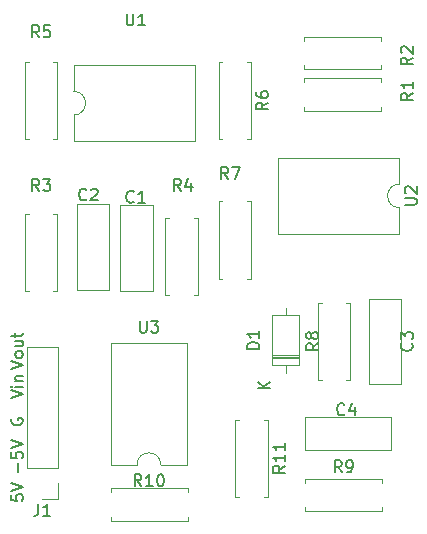
<source format=gbr>
%TF.GenerationSoftware,KiCad,Pcbnew,(6.0.5-0)*%
%TF.CreationDate,2022-06-21T19:00:10+05:30*%
%TF.ProjectId,AM_Receiver_PCB,414d5f52-6563-4656-9976-65725f504342,rev?*%
%TF.SameCoordinates,Original*%
%TF.FileFunction,Legend,Top*%
%TF.FilePolarity,Positive*%
%FSLAX46Y46*%
G04 Gerber Fmt 4.6, Leading zero omitted, Abs format (unit mm)*
G04 Created by KiCad (PCBNEW (6.0.5-0)) date 2022-06-21 19:00:10*
%MOMM*%
%LPD*%
G01*
G04 APERTURE LIST*
%ADD10C,0.150000*%
%ADD11C,0.120000*%
G04 APERTURE END LIST*
D10*
X84071428Y-100285714D02*
X84071428Y-99523809D01*
X83452380Y-98571428D02*
X83452380Y-99047619D01*
X83928571Y-99095238D01*
X83880952Y-99047619D01*
X83833333Y-98952380D01*
X83833333Y-98714285D01*
X83880952Y-98619047D01*
X83928571Y-98571428D01*
X84023809Y-98523809D01*
X84261904Y-98523809D01*
X84357142Y-98571428D01*
X84404761Y-98619047D01*
X84452380Y-98714285D01*
X84452380Y-98952380D01*
X84404761Y-99047619D01*
X84357142Y-99095238D01*
X83452380Y-98238095D02*
X84452380Y-97904761D01*
X83452380Y-97571428D01*
X83452380Y-102190476D02*
X83452380Y-102666666D01*
X83928571Y-102714285D01*
X83880952Y-102666666D01*
X83833333Y-102571428D01*
X83833333Y-102333333D01*
X83880952Y-102238095D01*
X83928571Y-102190476D01*
X84023809Y-102142857D01*
X84261904Y-102142857D01*
X84357142Y-102190476D01*
X84404761Y-102238095D01*
X84452380Y-102333333D01*
X84452380Y-102571428D01*
X84404761Y-102666666D01*
X84357142Y-102714285D01*
X83452380Y-101857142D02*
X84452380Y-101523809D01*
X83452380Y-101190476D01*
X83500000Y-95738095D02*
X83452380Y-95833333D01*
X83452380Y-95976190D01*
X83500000Y-96119047D01*
X83595238Y-96214285D01*
X83690476Y-96261904D01*
X83880952Y-96309523D01*
X84023809Y-96309523D01*
X84214285Y-96261904D01*
X84309523Y-96214285D01*
X84404761Y-96119047D01*
X84452380Y-95976190D01*
X84452380Y-95880952D01*
X84404761Y-95738095D01*
X84357142Y-95690476D01*
X84023809Y-95690476D01*
X84023809Y-95880952D01*
X83452380Y-94023809D02*
X84452380Y-93690476D01*
X83452380Y-93357142D01*
X84452380Y-93023809D02*
X83785714Y-93023809D01*
X83452380Y-93023809D02*
X83500000Y-93071428D01*
X83547619Y-93023809D01*
X83500000Y-92976190D01*
X83452380Y-93023809D01*
X83547619Y-93023809D01*
X83785714Y-92547619D02*
X84452380Y-92547619D01*
X83880952Y-92547619D02*
X83833333Y-92500000D01*
X83785714Y-92404761D01*
X83785714Y-92261904D01*
X83833333Y-92166666D01*
X83928571Y-92119047D01*
X84452380Y-92119047D01*
X83452380Y-91523809D02*
X84452380Y-91190476D01*
X83452380Y-90857142D01*
X84452380Y-90380952D02*
X84404761Y-90476190D01*
X84357142Y-90523809D01*
X84261904Y-90571428D01*
X83976190Y-90571428D01*
X83880952Y-90523809D01*
X83833333Y-90476190D01*
X83785714Y-90380952D01*
X83785714Y-90238095D01*
X83833333Y-90142857D01*
X83880952Y-90095238D01*
X83976190Y-90047619D01*
X84261904Y-90047619D01*
X84357142Y-90095238D01*
X84404761Y-90142857D01*
X84452380Y-90238095D01*
X84452380Y-90380952D01*
X83785714Y-89190476D02*
X84452380Y-89190476D01*
X83785714Y-89619047D02*
X84309523Y-89619047D01*
X84404761Y-89571428D01*
X84452380Y-89476190D01*
X84452380Y-89333333D01*
X84404761Y-89238095D01*
X84357142Y-89190476D01*
X83785714Y-88857142D02*
X83785714Y-88476190D01*
X83452380Y-88714285D02*
X84309523Y-88714285D01*
X84404761Y-88666666D01*
X84452380Y-88571428D01*
X84452380Y-88476190D01*
%TO.C,R3*%
X85833333Y-76452380D02*
X85500000Y-75976190D01*
X85261904Y-76452380D02*
X85261904Y-75452380D01*
X85642857Y-75452380D01*
X85738095Y-75500000D01*
X85785714Y-75547619D01*
X85833333Y-75642857D01*
X85833333Y-75785714D01*
X85785714Y-75880952D01*
X85738095Y-75928571D01*
X85642857Y-75976190D01*
X85261904Y-75976190D01*
X86166666Y-75452380D02*
X86785714Y-75452380D01*
X86452380Y-75833333D01*
X86595238Y-75833333D01*
X86690476Y-75880952D01*
X86738095Y-75928571D01*
X86785714Y-76023809D01*
X86785714Y-76261904D01*
X86738095Y-76357142D01*
X86690476Y-76404761D01*
X86595238Y-76452380D01*
X86309523Y-76452380D01*
X86214285Y-76404761D01*
X86166666Y-76357142D01*
%TO.C,U2*%
X116782380Y-77641904D02*
X117591904Y-77641904D01*
X117687142Y-77594285D01*
X117734761Y-77546666D01*
X117782380Y-77451428D01*
X117782380Y-77260952D01*
X117734761Y-77165714D01*
X117687142Y-77118095D01*
X117591904Y-77070476D01*
X116782380Y-77070476D01*
X116877619Y-76641904D02*
X116830000Y-76594285D01*
X116782380Y-76499047D01*
X116782380Y-76260952D01*
X116830000Y-76165714D01*
X116877619Y-76118095D01*
X116972857Y-76070476D01*
X117068095Y-76070476D01*
X117210952Y-76118095D01*
X117782380Y-76689523D01*
X117782380Y-76070476D01*
%TO.C,U3*%
X94358095Y-87452380D02*
X94358095Y-88261904D01*
X94405714Y-88357142D01*
X94453333Y-88404761D01*
X94548571Y-88452380D01*
X94739047Y-88452380D01*
X94834285Y-88404761D01*
X94881904Y-88357142D01*
X94929523Y-88261904D01*
X94929523Y-87452380D01*
X95310476Y-87452380D02*
X95929523Y-87452380D01*
X95596190Y-87833333D01*
X95739047Y-87833333D01*
X95834285Y-87880952D01*
X95881904Y-87928571D01*
X95929523Y-88023809D01*
X95929523Y-88261904D01*
X95881904Y-88357142D01*
X95834285Y-88404761D01*
X95739047Y-88452380D01*
X95453333Y-88452380D01*
X95358095Y-88404761D01*
X95310476Y-88357142D01*
%TO.C,J1*%
X85766666Y-102957380D02*
X85766666Y-103671666D01*
X85719047Y-103814523D01*
X85623809Y-103909761D01*
X85480952Y-103957380D01*
X85385714Y-103957380D01*
X86766666Y-103957380D02*
X86195238Y-103957380D01*
X86480952Y-103957380D02*
X86480952Y-102957380D01*
X86385714Y-103100238D01*
X86290476Y-103195476D01*
X86195238Y-103243095D01*
%TO.C,U1*%
X93238095Y-61452380D02*
X93238095Y-62261904D01*
X93285714Y-62357142D01*
X93333333Y-62404761D01*
X93428571Y-62452380D01*
X93619047Y-62452380D01*
X93714285Y-62404761D01*
X93761904Y-62357142D01*
X93809523Y-62261904D01*
X93809523Y-61452380D01*
X94809523Y-62452380D02*
X94238095Y-62452380D01*
X94523809Y-62452380D02*
X94523809Y-61452380D01*
X94428571Y-61595238D01*
X94333333Y-61690476D01*
X94238095Y-61738095D01*
%TO.C,R11*%
X106622380Y-99742857D02*
X106146190Y-100076190D01*
X106622380Y-100314285D02*
X105622380Y-100314285D01*
X105622380Y-99933333D01*
X105670000Y-99838095D01*
X105717619Y-99790476D01*
X105812857Y-99742857D01*
X105955714Y-99742857D01*
X106050952Y-99790476D01*
X106098571Y-99838095D01*
X106146190Y-99933333D01*
X106146190Y-100314285D01*
X106622380Y-98790476D02*
X106622380Y-99361904D01*
X106622380Y-99076190D02*
X105622380Y-99076190D01*
X105765238Y-99171428D01*
X105860476Y-99266666D01*
X105908095Y-99361904D01*
X106622380Y-97838095D02*
X106622380Y-98409523D01*
X106622380Y-98123809D02*
X105622380Y-98123809D01*
X105765238Y-98219047D01*
X105860476Y-98314285D01*
X105908095Y-98409523D01*
%TO.C,R10*%
X94477142Y-101452380D02*
X94143809Y-100976190D01*
X93905714Y-101452380D02*
X93905714Y-100452380D01*
X94286666Y-100452380D01*
X94381904Y-100500000D01*
X94429523Y-100547619D01*
X94477142Y-100642857D01*
X94477142Y-100785714D01*
X94429523Y-100880952D01*
X94381904Y-100928571D01*
X94286666Y-100976190D01*
X93905714Y-100976190D01*
X95429523Y-101452380D02*
X94858095Y-101452380D01*
X95143809Y-101452380D02*
X95143809Y-100452380D01*
X95048571Y-100595238D01*
X94953333Y-100690476D01*
X94858095Y-100738095D01*
X96048571Y-100452380D02*
X96143809Y-100452380D01*
X96239047Y-100500000D01*
X96286666Y-100547619D01*
X96334285Y-100642857D01*
X96381904Y-100833333D01*
X96381904Y-101071428D01*
X96334285Y-101261904D01*
X96286666Y-101357142D01*
X96239047Y-101404761D01*
X96143809Y-101452380D01*
X96048571Y-101452380D01*
X95953333Y-101404761D01*
X95905714Y-101357142D01*
X95858095Y-101261904D01*
X95810476Y-101071428D01*
X95810476Y-100833333D01*
X95858095Y-100642857D01*
X95905714Y-100547619D01*
X95953333Y-100500000D01*
X96048571Y-100452380D01*
%TO.C,R9*%
X111443333Y-100282380D02*
X111110000Y-99806190D01*
X110871904Y-100282380D02*
X110871904Y-99282380D01*
X111252857Y-99282380D01*
X111348095Y-99330000D01*
X111395714Y-99377619D01*
X111443333Y-99472857D01*
X111443333Y-99615714D01*
X111395714Y-99710952D01*
X111348095Y-99758571D01*
X111252857Y-99806190D01*
X110871904Y-99806190D01*
X111919523Y-100282380D02*
X112110000Y-100282380D01*
X112205238Y-100234761D01*
X112252857Y-100187142D01*
X112348095Y-100044285D01*
X112395714Y-99853809D01*
X112395714Y-99472857D01*
X112348095Y-99377619D01*
X112300476Y-99330000D01*
X112205238Y-99282380D01*
X112014761Y-99282380D01*
X111919523Y-99330000D01*
X111871904Y-99377619D01*
X111824285Y-99472857D01*
X111824285Y-99710952D01*
X111871904Y-99806190D01*
X111919523Y-99853809D01*
X112014761Y-99901428D01*
X112205238Y-99901428D01*
X112300476Y-99853809D01*
X112348095Y-99806190D01*
X112395714Y-99710952D01*
%TO.C,R8*%
X109452380Y-89366666D02*
X108976190Y-89700000D01*
X109452380Y-89938095D02*
X108452380Y-89938095D01*
X108452380Y-89557142D01*
X108500000Y-89461904D01*
X108547619Y-89414285D01*
X108642857Y-89366666D01*
X108785714Y-89366666D01*
X108880952Y-89414285D01*
X108928571Y-89461904D01*
X108976190Y-89557142D01*
X108976190Y-89938095D01*
X108880952Y-88795238D02*
X108833333Y-88890476D01*
X108785714Y-88938095D01*
X108690476Y-88985714D01*
X108642857Y-88985714D01*
X108547619Y-88938095D01*
X108500000Y-88890476D01*
X108452380Y-88795238D01*
X108452380Y-88604761D01*
X108500000Y-88509523D01*
X108547619Y-88461904D01*
X108642857Y-88414285D01*
X108690476Y-88414285D01*
X108785714Y-88461904D01*
X108833333Y-88509523D01*
X108880952Y-88604761D01*
X108880952Y-88795238D01*
X108928571Y-88890476D01*
X108976190Y-88938095D01*
X109071428Y-88985714D01*
X109261904Y-88985714D01*
X109357142Y-88938095D01*
X109404761Y-88890476D01*
X109452380Y-88795238D01*
X109452380Y-88604761D01*
X109404761Y-88509523D01*
X109357142Y-88461904D01*
X109261904Y-88414285D01*
X109071428Y-88414285D01*
X108976190Y-88461904D01*
X108928571Y-88509523D01*
X108880952Y-88604761D01*
%TO.C,R7*%
X101833333Y-75452380D02*
X101500000Y-74976190D01*
X101261904Y-75452380D02*
X101261904Y-74452380D01*
X101642857Y-74452380D01*
X101738095Y-74500000D01*
X101785714Y-74547619D01*
X101833333Y-74642857D01*
X101833333Y-74785714D01*
X101785714Y-74880952D01*
X101738095Y-74928571D01*
X101642857Y-74976190D01*
X101261904Y-74976190D01*
X102166666Y-74452380D02*
X102833333Y-74452380D01*
X102404761Y-75452380D01*
%TO.C,R6*%
X105207380Y-68976666D02*
X104731190Y-69310000D01*
X105207380Y-69548095D02*
X104207380Y-69548095D01*
X104207380Y-69167142D01*
X104255000Y-69071904D01*
X104302619Y-69024285D01*
X104397857Y-68976666D01*
X104540714Y-68976666D01*
X104635952Y-69024285D01*
X104683571Y-69071904D01*
X104731190Y-69167142D01*
X104731190Y-69548095D01*
X104207380Y-68119523D02*
X104207380Y-68310000D01*
X104255000Y-68405238D01*
X104302619Y-68452857D01*
X104445476Y-68548095D01*
X104635952Y-68595714D01*
X105016904Y-68595714D01*
X105112142Y-68548095D01*
X105159761Y-68500476D01*
X105207380Y-68405238D01*
X105207380Y-68214761D01*
X105159761Y-68119523D01*
X105112142Y-68071904D01*
X105016904Y-68024285D01*
X104778809Y-68024285D01*
X104683571Y-68071904D01*
X104635952Y-68119523D01*
X104588333Y-68214761D01*
X104588333Y-68405238D01*
X104635952Y-68500476D01*
X104683571Y-68548095D01*
X104778809Y-68595714D01*
%TO.C,R5*%
X85833333Y-63452380D02*
X85500000Y-62976190D01*
X85261904Y-63452380D02*
X85261904Y-62452380D01*
X85642857Y-62452380D01*
X85738095Y-62500000D01*
X85785714Y-62547619D01*
X85833333Y-62642857D01*
X85833333Y-62785714D01*
X85785714Y-62880952D01*
X85738095Y-62928571D01*
X85642857Y-62976190D01*
X85261904Y-62976190D01*
X86738095Y-62452380D02*
X86261904Y-62452380D01*
X86214285Y-62928571D01*
X86261904Y-62880952D01*
X86357142Y-62833333D01*
X86595238Y-62833333D01*
X86690476Y-62880952D01*
X86738095Y-62928571D01*
X86785714Y-63023809D01*
X86785714Y-63261904D01*
X86738095Y-63357142D01*
X86690476Y-63404761D01*
X86595238Y-63452380D01*
X86357142Y-63452380D01*
X86261904Y-63404761D01*
X86214285Y-63357142D01*
%TO.C,R4*%
X97833333Y-76452380D02*
X97500000Y-75976190D01*
X97261904Y-76452380D02*
X97261904Y-75452380D01*
X97642857Y-75452380D01*
X97738095Y-75500000D01*
X97785714Y-75547619D01*
X97833333Y-75642857D01*
X97833333Y-75785714D01*
X97785714Y-75880952D01*
X97738095Y-75928571D01*
X97642857Y-75976190D01*
X97261904Y-75976190D01*
X98690476Y-75785714D02*
X98690476Y-76452380D01*
X98452380Y-75404761D02*
X98214285Y-76119047D01*
X98833333Y-76119047D01*
%TO.C,R2*%
X117452380Y-65166666D02*
X116976190Y-65500000D01*
X117452380Y-65738095D02*
X116452380Y-65738095D01*
X116452380Y-65357142D01*
X116500000Y-65261904D01*
X116547619Y-65214285D01*
X116642857Y-65166666D01*
X116785714Y-65166666D01*
X116880952Y-65214285D01*
X116928571Y-65261904D01*
X116976190Y-65357142D01*
X116976190Y-65738095D01*
X116547619Y-64785714D02*
X116500000Y-64738095D01*
X116452380Y-64642857D01*
X116452380Y-64404761D01*
X116500000Y-64309523D01*
X116547619Y-64261904D01*
X116642857Y-64214285D01*
X116738095Y-64214285D01*
X116880952Y-64261904D01*
X117452380Y-64833333D01*
X117452380Y-64214285D01*
%TO.C,R1*%
X117452380Y-68166666D02*
X116976190Y-68500000D01*
X117452380Y-68738095D02*
X116452380Y-68738095D01*
X116452380Y-68357142D01*
X116500000Y-68261904D01*
X116547619Y-68214285D01*
X116642857Y-68166666D01*
X116785714Y-68166666D01*
X116880952Y-68214285D01*
X116928571Y-68261904D01*
X116976190Y-68357142D01*
X116976190Y-68738095D01*
X117452380Y-67214285D02*
X117452380Y-67785714D01*
X117452380Y-67500000D02*
X116452380Y-67500000D01*
X116595238Y-67595238D01*
X116690476Y-67690476D01*
X116738095Y-67785714D01*
%TO.C,D1*%
X104452380Y-89838095D02*
X103452380Y-89838095D01*
X103452380Y-89600000D01*
X103500000Y-89457142D01*
X103595238Y-89361904D01*
X103690476Y-89314285D01*
X103880952Y-89266666D01*
X104023809Y-89266666D01*
X104214285Y-89314285D01*
X104309523Y-89361904D01*
X104404761Y-89457142D01*
X104452380Y-89600000D01*
X104452380Y-89838095D01*
X104452380Y-88314285D02*
X104452380Y-88885714D01*
X104452380Y-88600000D02*
X103452380Y-88600000D01*
X103595238Y-88695238D01*
X103690476Y-88790476D01*
X103738095Y-88885714D01*
X105352380Y-93171904D02*
X104352380Y-93171904D01*
X105352380Y-92600476D02*
X104780952Y-93029047D01*
X104352380Y-92600476D02*
X104923809Y-93171904D01*
%TO.C,C4*%
X111673333Y-95357142D02*
X111625714Y-95404761D01*
X111482857Y-95452380D01*
X111387619Y-95452380D01*
X111244761Y-95404761D01*
X111149523Y-95309523D01*
X111101904Y-95214285D01*
X111054285Y-95023809D01*
X111054285Y-94880952D01*
X111101904Y-94690476D01*
X111149523Y-94595238D01*
X111244761Y-94500000D01*
X111387619Y-94452380D01*
X111482857Y-94452380D01*
X111625714Y-94500000D01*
X111673333Y-94547619D01*
X112530476Y-94785714D02*
X112530476Y-95452380D01*
X112292380Y-94404761D02*
X112054285Y-95119047D01*
X112673333Y-95119047D01*
%TO.C,C3*%
X117357142Y-89366666D02*
X117404761Y-89414285D01*
X117452380Y-89557142D01*
X117452380Y-89652380D01*
X117404761Y-89795238D01*
X117309523Y-89890476D01*
X117214285Y-89938095D01*
X117023809Y-89985714D01*
X116880952Y-89985714D01*
X116690476Y-89938095D01*
X116595238Y-89890476D01*
X116500000Y-89795238D01*
X116452380Y-89652380D01*
X116452380Y-89557142D01*
X116500000Y-89414285D01*
X116547619Y-89366666D01*
X116452380Y-89033333D02*
X116452380Y-88414285D01*
X116833333Y-88747619D01*
X116833333Y-88604761D01*
X116880952Y-88509523D01*
X116928571Y-88461904D01*
X117023809Y-88414285D01*
X117261904Y-88414285D01*
X117357142Y-88461904D01*
X117404761Y-88509523D01*
X117452380Y-88604761D01*
X117452380Y-88890476D01*
X117404761Y-88985714D01*
X117357142Y-89033333D01*
%TO.C,C2*%
X89833333Y-77167142D02*
X89785714Y-77214761D01*
X89642857Y-77262380D01*
X89547619Y-77262380D01*
X89404761Y-77214761D01*
X89309523Y-77119523D01*
X89261904Y-77024285D01*
X89214285Y-76833809D01*
X89214285Y-76690952D01*
X89261904Y-76500476D01*
X89309523Y-76405238D01*
X89404761Y-76310000D01*
X89547619Y-76262380D01*
X89642857Y-76262380D01*
X89785714Y-76310000D01*
X89833333Y-76357619D01*
X90214285Y-76357619D02*
X90261904Y-76310000D01*
X90357142Y-76262380D01*
X90595238Y-76262380D01*
X90690476Y-76310000D01*
X90738095Y-76357619D01*
X90785714Y-76452857D01*
X90785714Y-76548095D01*
X90738095Y-76690952D01*
X90166666Y-77262380D01*
X90785714Y-77262380D01*
%TO.C,C1*%
X93833333Y-77357142D02*
X93785714Y-77404761D01*
X93642857Y-77452380D01*
X93547619Y-77452380D01*
X93404761Y-77404761D01*
X93309523Y-77309523D01*
X93261904Y-77214285D01*
X93214285Y-77023809D01*
X93214285Y-76880952D01*
X93261904Y-76690476D01*
X93309523Y-76595238D01*
X93404761Y-76500000D01*
X93547619Y-76452380D01*
X93642857Y-76452380D01*
X93785714Y-76500000D01*
X93833333Y-76547619D01*
X94785714Y-77452380D02*
X94214285Y-77452380D01*
X94500000Y-77452380D02*
X94500000Y-76452380D01*
X94404761Y-76595238D01*
X94309523Y-76690476D01*
X94214285Y-76738095D01*
D11*
%TO.C,R3*%
X84630000Y-78430000D02*
X84960000Y-78430000D01*
X84960000Y-84970000D02*
X84630000Y-84970000D01*
X87040000Y-84970000D02*
X87370000Y-84970000D01*
X87370000Y-84970000D02*
X87370000Y-78430000D01*
X84630000Y-84970000D02*
X84630000Y-78430000D01*
X87370000Y-78430000D02*
X87040000Y-78430000D01*
%TO.C,U2*%
X116330000Y-75880000D02*
X116330000Y-73645000D01*
X116330000Y-73645000D02*
X106050000Y-73645000D01*
X106050000Y-80115000D02*
X116330000Y-80115000D01*
X116330000Y-80115000D02*
X116330000Y-77880000D01*
X106050000Y-73645000D02*
X106050000Y-80115000D01*
X116330000Y-75880000D02*
G75*
G03*
X116330000Y-77880000I0J-1000000D01*
G01*
%TO.C,U3*%
X96120000Y-99630000D02*
X98355000Y-99630000D01*
X98355000Y-99630000D02*
X98355000Y-89350000D01*
X91885000Y-89350000D02*
X91885000Y-99630000D01*
X91885000Y-99630000D02*
X94120000Y-99630000D01*
X98355000Y-89350000D02*
X91885000Y-89350000D01*
X96120000Y-99630000D02*
G75*
G03*
X94120000Y-99630000I-1000000J0D01*
G01*
%TO.C,J1*%
X87430000Y-101175000D02*
X87430000Y-102505000D01*
X87430000Y-99905000D02*
X84770000Y-99905000D01*
X87430000Y-89685000D02*
X84770000Y-89685000D01*
X87430000Y-99905000D02*
X87430000Y-89685000D01*
X87430000Y-102505000D02*
X86100000Y-102505000D01*
X84770000Y-99905000D02*
X84770000Y-89685000D01*
%TO.C,U1*%
X88755000Y-70030000D02*
G75*
G03*
X88755000Y-68030000I0J1000000D01*
G01*
X99035000Y-72265000D02*
X99035000Y-65795000D01*
X88755000Y-65795000D02*
X88755000Y-68030000D01*
X99035000Y-65795000D02*
X88755000Y-65795000D01*
X88755000Y-72265000D02*
X99035000Y-72265000D01*
X88755000Y-70030000D02*
X88755000Y-72265000D01*
%TO.C,R11*%
X105170000Y-102370000D02*
X104840000Y-102370000D01*
X104840000Y-95830000D02*
X105170000Y-95830000D01*
X102760000Y-95830000D02*
X102430000Y-95830000D01*
X102430000Y-95830000D02*
X102430000Y-102370000D01*
X105170000Y-95830000D02*
X105170000Y-102370000D01*
X102430000Y-102370000D02*
X102760000Y-102370000D01*
%TO.C,R10*%
X98470000Y-101630000D02*
X98470000Y-101960000D01*
X91930000Y-101960000D02*
X91930000Y-101630000D01*
X91930000Y-104040000D02*
X91930000Y-104370000D01*
X91930000Y-104370000D02*
X98470000Y-104370000D01*
X91930000Y-101630000D02*
X98470000Y-101630000D01*
X98470000Y-104370000D02*
X98470000Y-104040000D01*
%TO.C,R9*%
X114880000Y-100830000D02*
X114880000Y-101160000D01*
X108340000Y-101160000D02*
X108340000Y-100830000D01*
X108340000Y-103240000D02*
X108340000Y-103570000D01*
X108340000Y-103570000D02*
X114880000Y-103570000D01*
X108340000Y-100830000D02*
X114880000Y-100830000D01*
X114880000Y-103570000D02*
X114880000Y-103240000D01*
%TO.C,R8*%
X112170000Y-85930000D02*
X111840000Y-85930000D01*
X109430000Y-92470000D02*
X109430000Y-85930000D01*
X112170000Y-92470000D02*
X112170000Y-85930000D01*
X111840000Y-92470000D02*
X112170000Y-92470000D01*
X109760000Y-92470000D02*
X109430000Y-92470000D01*
X109430000Y-85930000D02*
X109760000Y-85930000D01*
%TO.C,R7*%
X101015000Y-83880000D02*
X101345000Y-83880000D01*
X103755000Y-77340000D02*
X103755000Y-83880000D01*
X101015000Y-77340000D02*
X101015000Y-83880000D01*
X101345000Y-77340000D02*
X101015000Y-77340000D01*
X103425000Y-77340000D02*
X103755000Y-77340000D01*
X103755000Y-83880000D02*
X103425000Y-83880000D01*
%TO.C,R6*%
X103755000Y-72080000D02*
X103425000Y-72080000D01*
X103425000Y-65540000D02*
X103755000Y-65540000D01*
X101345000Y-65540000D02*
X101015000Y-65540000D01*
X101015000Y-65540000D02*
X101015000Y-72080000D01*
X103755000Y-65540000D02*
X103755000Y-72080000D01*
X101015000Y-72080000D02*
X101345000Y-72080000D01*
%TO.C,R5*%
X87355000Y-65540000D02*
X87025000Y-65540000D01*
X84615000Y-72080000D02*
X84615000Y-65540000D01*
X87355000Y-72080000D02*
X87355000Y-65540000D01*
X87025000Y-72080000D02*
X87355000Y-72080000D01*
X84945000Y-72080000D02*
X84615000Y-72080000D01*
X84615000Y-65540000D02*
X84945000Y-65540000D01*
%TO.C,R4*%
X96515000Y-85270000D02*
X96845000Y-85270000D01*
X99255000Y-78730000D02*
X99255000Y-85270000D01*
X96515000Y-78730000D02*
X96515000Y-85270000D01*
X96845000Y-78730000D02*
X96515000Y-78730000D01*
X98925000Y-78730000D02*
X99255000Y-78730000D01*
X99255000Y-85270000D02*
X98925000Y-85270000D01*
%TO.C,R2*%
X114780000Y-63430000D02*
X114780000Y-63760000D01*
X108240000Y-63760000D02*
X108240000Y-63430000D01*
X108240000Y-65840000D02*
X108240000Y-66170000D01*
X108240000Y-66170000D02*
X114780000Y-66170000D01*
X108240000Y-63430000D02*
X114780000Y-63430000D01*
X114780000Y-66170000D02*
X114780000Y-65840000D01*
%TO.C,R1*%
X108230000Y-66930000D02*
X108230000Y-67260000D01*
X114770000Y-69670000D02*
X108230000Y-69670000D01*
X114770000Y-66930000D02*
X108230000Y-66930000D01*
X114770000Y-67260000D02*
X114770000Y-66930000D01*
X114770000Y-69340000D02*
X114770000Y-69670000D01*
X108230000Y-69670000D02*
X108230000Y-69340000D01*
%TO.C,D1*%
X105580000Y-86980000D02*
X105580000Y-91220000D01*
X105580000Y-90500000D02*
X107820000Y-90500000D01*
X105580000Y-90620000D02*
X107820000Y-90620000D01*
X107820000Y-86980000D02*
X105580000Y-86980000D01*
X105580000Y-90380000D02*
X107820000Y-90380000D01*
X106700000Y-91870000D02*
X106700000Y-91220000D01*
X105580000Y-91220000D02*
X107820000Y-91220000D01*
X107820000Y-91220000D02*
X107820000Y-86980000D01*
X106700000Y-86330000D02*
X106700000Y-86980000D01*
%TO.C,C4*%
X115620000Y-98370000D02*
X115620000Y-95630000D01*
X115620000Y-95630000D02*
X108380000Y-95630000D01*
X115620000Y-98370000D02*
X108380000Y-98370000D01*
X108380000Y-98370000D02*
X108380000Y-95630000D01*
%TO.C,C3*%
X113730000Y-92820000D02*
X116470000Y-92820000D01*
X116470000Y-92820000D02*
X116470000Y-85580000D01*
X113730000Y-92820000D02*
X113730000Y-85580000D01*
X113730000Y-85580000D02*
X116470000Y-85580000D01*
%TO.C,C2*%
X89015000Y-84830000D02*
X91755000Y-84830000D01*
X91755000Y-84830000D02*
X91755000Y-77590000D01*
X89015000Y-84830000D02*
X89015000Y-77590000D01*
X89015000Y-77590000D02*
X91755000Y-77590000D01*
%TO.C,C1*%
X92715000Y-77690000D02*
X95455000Y-77690000D01*
X92715000Y-84930000D02*
X92715000Y-77690000D01*
X95455000Y-84930000D02*
X95455000Y-77690000D01*
X92715000Y-84930000D02*
X95455000Y-84930000D01*
%TD*%
M02*

</source>
